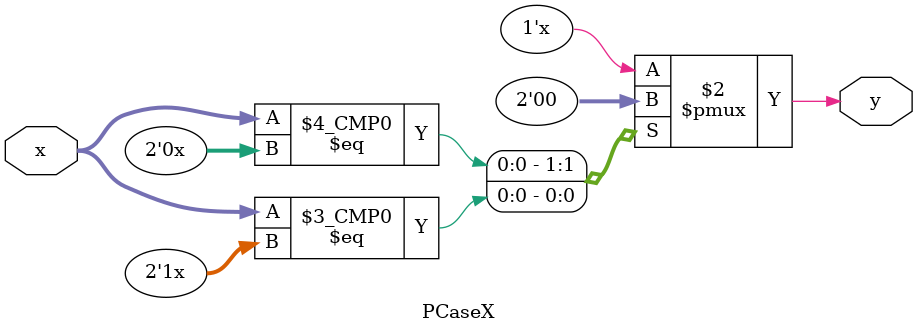
<source format=v>
module PCaseX (
    input [1:0] x,
    output reg y
);

always @(x) begin 
    case (x)
        2'b0X: y = 0;
        2'b1X: y = 0; 
    endcase
end
    
endmodule
</source>
